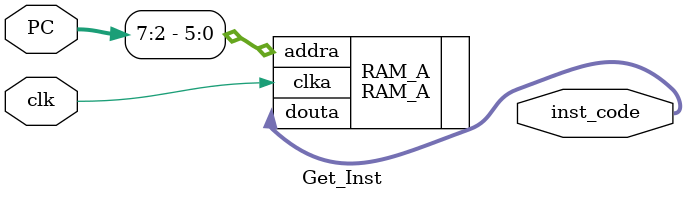
<source format=v>
`timescale 1ns / 1ps	

module Get_Inst(inst_code,clk,PC);
    input clk; 
	 output [31:0] inst_code;
	 
	 input [31:0] PC; 

RAM_A RAM_A(
     .clka(clk), // input clka
     .addra(PC[7:2]), // input [5 : 0] addra
     .douta(inst_code) // output [31 : 0] douta
);

                     
endmodule


</source>
